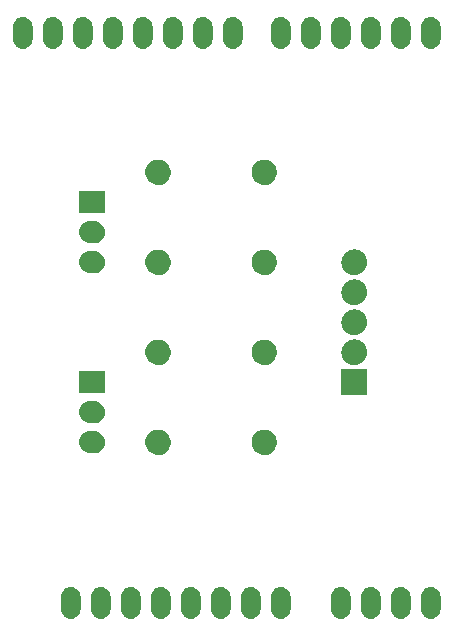
<source format=gbs>
%TF.GenerationSoftware,KiCad,Pcbnew,4.0.7-e2-6376~58~ubuntu16.04.1*%
%TF.CreationDate,2018-02-09T09:49:05-08:00*%
%TF.ProjectId,Arduino-Shield,41726475696E6F2D536869656C642E6B,v1.1*%
%TF.FileFunction,Soldermask,Bot*%
%FSLAX46Y46*%
G04 Gerber Fmt 4.6, Leading zero omitted, Abs format (unit mm)*
G04 Created by KiCad (PCBNEW 4.0.7-e2-6376~58~ubuntu16.04.1) date Fri Feb  9 09:49:05 2018*
%MOMM*%
%LPD*%
G01*
G04 APERTURE LIST*
%ADD10C,0.350000*%
G04 APERTURE END LIST*
D10*
G36*
X38776544Y-97216406D02*
X38932816Y-97264780D01*
X39076715Y-97342587D01*
X39202762Y-97446862D01*
X39306155Y-97573633D01*
X39382954Y-97718073D01*
X39430237Y-97874679D01*
X39446200Y-98037486D01*
X39446200Y-99066546D01*
X39446133Y-99076159D01*
X39446132Y-99076165D01*
X39446118Y-99078217D01*
X39427883Y-99240786D01*
X39378419Y-99396716D01*
X39299610Y-99540069D01*
X39194458Y-99665385D01*
X39066967Y-99767890D01*
X38921995Y-99843680D01*
X38765063Y-99889867D01*
X38765022Y-99889871D01*
X38765018Y-99889872D01*
X38602151Y-99904694D01*
X38602148Y-99904694D01*
X38439456Y-99887594D01*
X38283184Y-99839220D01*
X38139285Y-99761413D01*
X38013238Y-99657138D01*
X37909845Y-99530367D01*
X37833046Y-99385927D01*
X37785763Y-99229321D01*
X37769800Y-99066514D01*
X37769800Y-98037454D01*
X37769867Y-98027841D01*
X37769868Y-98027835D01*
X37769882Y-98025783D01*
X37788117Y-97863214D01*
X37837581Y-97707284D01*
X37916390Y-97563931D01*
X38021542Y-97438615D01*
X38149033Y-97336110D01*
X38294005Y-97260320D01*
X38450937Y-97214133D01*
X38450978Y-97214129D01*
X38450982Y-97214128D01*
X38613850Y-97199306D01*
X38613852Y-97199306D01*
X38776544Y-97216406D01*
X38776544Y-97216406D01*
G37*
G36*
X31156544Y-97216406D02*
X31312816Y-97264780D01*
X31456715Y-97342587D01*
X31582762Y-97446862D01*
X31686155Y-97573633D01*
X31762954Y-97718073D01*
X31810237Y-97874679D01*
X31826200Y-98037486D01*
X31826200Y-99066546D01*
X31826133Y-99076159D01*
X31826132Y-99076165D01*
X31826118Y-99078217D01*
X31807883Y-99240786D01*
X31758419Y-99396716D01*
X31679610Y-99540069D01*
X31574458Y-99665385D01*
X31446967Y-99767890D01*
X31301995Y-99843680D01*
X31145063Y-99889867D01*
X31145022Y-99889871D01*
X31145018Y-99889872D01*
X30982151Y-99904694D01*
X30982148Y-99904694D01*
X30819456Y-99887594D01*
X30663184Y-99839220D01*
X30519285Y-99761413D01*
X30393238Y-99657138D01*
X30289845Y-99530367D01*
X30213046Y-99385927D01*
X30165763Y-99229321D01*
X30149800Y-99066514D01*
X30149800Y-98037454D01*
X30149867Y-98027841D01*
X30149868Y-98027835D01*
X30149882Y-98025783D01*
X30168117Y-97863214D01*
X30217581Y-97707284D01*
X30296390Y-97563931D01*
X30401542Y-97438615D01*
X30529033Y-97336110D01*
X30674005Y-97260320D01*
X30830937Y-97214133D01*
X30830978Y-97214129D01*
X30830982Y-97214128D01*
X30993850Y-97199306D01*
X30993852Y-97199306D01*
X31156544Y-97216406D01*
X31156544Y-97216406D01*
G37*
G36*
X33696544Y-97216406D02*
X33852816Y-97264780D01*
X33996715Y-97342587D01*
X34122762Y-97446862D01*
X34226155Y-97573633D01*
X34302954Y-97718073D01*
X34350237Y-97874679D01*
X34366200Y-98037486D01*
X34366200Y-99066546D01*
X34366133Y-99076159D01*
X34366132Y-99076165D01*
X34366118Y-99078217D01*
X34347883Y-99240786D01*
X34298419Y-99396716D01*
X34219610Y-99540069D01*
X34114458Y-99665385D01*
X33986967Y-99767890D01*
X33841995Y-99843680D01*
X33685063Y-99889867D01*
X33685022Y-99889871D01*
X33685018Y-99889872D01*
X33522151Y-99904694D01*
X33522148Y-99904694D01*
X33359456Y-99887594D01*
X33203184Y-99839220D01*
X33059285Y-99761413D01*
X32933238Y-99657138D01*
X32829845Y-99530367D01*
X32753046Y-99385927D01*
X32705763Y-99229321D01*
X32689800Y-99066514D01*
X32689800Y-98037454D01*
X32689867Y-98027841D01*
X32689868Y-98027835D01*
X32689882Y-98025783D01*
X32708117Y-97863214D01*
X32757581Y-97707284D01*
X32836390Y-97563931D01*
X32941542Y-97438615D01*
X33069033Y-97336110D01*
X33214005Y-97260320D01*
X33370937Y-97214133D01*
X33370978Y-97214129D01*
X33370982Y-97214128D01*
X33533850Y-97199306D01*
X33533852Y-97199306D01*
X33696544Y-97216406D01*
X33696544Y-97216406D01*
G37*
G36*
X36236544Y-97216406D02*
X36392816Y-97264780D01*
X36536715Y-97342587D01*
X36662762Y-97446862D01*
X36766155Y-97573633D01*
X36842954Y-97718073D01*
X36890237Y-97874679D01*
X36906200Y-98037486D01*
X36906200Y-99066546D01*
X36906133Y-99076159D01*
X36906132Y-99076165D01*
X36906118Y-99078217D01*
X36887883Y-99240786D01*
X36838419Y-99396716D01*
X36759610Y-99540069D01*
X36654458Y-99665385D01*
X36526967Y-99767890D01*
X36381995Y-99843680D01*
X36225063Y-99889867D01*
X36225022Y-99889871D01*
X36225018Y-99889872D01*
X36062151Y-99904694D01*
X36062148Y-99904694D01*
X35899456Y-99887594D01*
X35743184Y-99839220D01*
X35599285Y-99761413D01*
X35473238Y-99657138D01*
X35369845Y-99530367D01*
X35293046Y-99385927D01*
X35245763Y-99229321D01*
X35229800Y-99066514D01*
X35229800Y-98037454D01*
X35229867Y-98027841D01*
X35229868Y-98027835D01*
X35229882Y-98025783D01*
X35248117Y-97863214D01*
X35297581Y-97707284D01*
X35376390Y-97563931D01*
X35481542Y-97438615D01*
X35609033Y-97336110D01*
X35754005Y-97260320D01*
X35910937Y-97214133D01*
X35910978Y-97214129D01*
X35910982Y-97214128D01*
X36073850Y-97199306D01*
X36073852Y-97199306D01*
X36236544Y-97216406D01*
X36236544Y-97216406D01*
G37*
G36*
X41316544Y-97216406D02*
X41472816Y-97264780D01*
X41616715Y-97342587D01*
X41742762Y-97446862D01*
X41846155Y-97573633D01*
X41922954Y-97718073D01*
X41970237Y-97874679D01*
X41986200Y-98037486D01*
X41986200Y-99066546D01*
X41986133Y-99076159D01*
X41986132Y-99076165D01*
X41986118Y-99078217D01*
X41967883Y-99240786D01*
X41918419Y-99396716D01*
X41839610Y-99540069D01*
X41734458Y-99665385D01*
X41606967Y-99767890D01*
X41461995Y-99843680D01*
X41305063Y-99889867D01*
X41305022Y-99889871D01*
X41305018Y-99889872D01*
X41142151Y-99904694D01*
X41142148Y-99904694D01*
X40979456Y-99887594D01*
X40823184Y-99839220D01*
X40679285Y-99761413D01*
X40553238Y-99657138D01*
X40449845Y-99530367D01*
X40373046Y-99385927D01*
X40325763Y-99229321D01*
X40309800Y-99066514D01*
X40309800Y-98037454D01*
X40309867Y-98027841D01*
X40309868Y-98027835D01*
X40309882Y-98025783D01*
X40328117Y-97863214D01*
X40377581Y-97707284D01*
X40456390Y-97563931D01*
X40561542Y-97438615D01*
X40689033Y-97336110D01*
X40834005Y-97260320D01*
X40990937Y-97214133D01*
X40990978Y-97214129D01*
X40990982Y-97214128D01*
X41153850Y-97199306D01*
X41153852Y-97199306D01*
X41316544Y-97216406D01*
X41316544Y-97216406D01*
G37*
G36*
X43856544Y-97216406D02*
X44012816Y-97264780D01*
X44156715Y-97342587D01*
X44282762Y-97446862D01*
X44386155Y-97573633D01*
X44462954Y-97718073D01*
X44510237Y-97874679D01*
X44526200Y-98037486D01*
X44526200Y-99066546D01*
X44526133Y-99076159D01*
X44526132Y-99076165D01*
X44526118Y-99078217D01*
X44507883Y-99240786D01*
X44458419Y-99396716D01*
X44379610Y-99540069D01*
X44274458Y-99665385D01*
X44146967Y-99767890D01*
X44001995Y-99843680D01*
X43845063Y-99889867D01*
X43845022Y-99889871D01*
X43845018Y-99889872D01*
X43682151Y-99904694D01*
X43682148Y-99904694D01*
X43519456Y-99887594D01*
X43363184Y-99839220D01*
X43219285Y-99761413D01*
X43093238Y-99657138D01*
X42989845Y-99530367D01*
X42913046Y-99385927D01*
X42865763Y-99229321D01*
X42849800Y-99066514D01*
X42849800Y-98037454D01*
X42849867Y-98027841D01*
X42849868Y-98027835D01*
X42849882Y-98025783D01*
X42868117Y-97863214D01*
X42917581Y-97707284D01*
X42996390Y-97563931D01*
X43101542Y-97438615D01*
X43229033Y-97336110D01*
X43374005Y-97260320D01*
X43530937Y-97214133D01*
X43530978Y-97214129D01*
X43530982Y-97214128D01*
X43693850Y-97199306D01*
X43693852Y-97199306D01*
X43856544Y-97216406D01*
X43856544Y-97216406D01*
G37*
G36*
X56556544Y-97216406D02*
X56712816Y-97264780D01*
X56856715Y-97342587D01*
X56982762Y-97446862D01*
X57086155Y-97573633D01*
X57162954Y-97718073D01*
X57210237Y-97874679D01*
X57226200Y-98037486D01*
X57226200Y-99066546D01*
X57226133Y-99076159D01*
X57226132Y-99076165D01*
X57226118Y-99078217D01*
X57207883Y-99240786D01*
X57158419Y-99396716D01*
X57079610Y-99540069D01*
X56974458Y-99665385D01*
X56846967Y-99767890D01*
X56701995Y-99843680D01*
X56545063Y-99889867D01*
X56545022Y-99889871D01*
X56545018Y-99889872D01*
X56382151Y-99904694D01*
X56382148Y-99904694D01*
X56219456Y-99887594D01*
X56063184Y-99839220D01*
X55919285Y-99761413D01*
X55793238Y-99657138D01*
X55689845Y-99530367D01*
X55613046Y-99385927D01*
X55565763Y-99229321D01*
X55549800Y-99066514D01*
X55549800Y-98037454D01*
X55549867Y-98027841D01*
X55549868Y-98027835D01*
X55549882Y-98025783D01*
X55568117Y-97863214D01*
X55617581Y-97707284D01*
X55696390Y-97563931D01*
X55801542Y-97438615D01*
X55929033Y-97336110D01*
X56074005Y-97260320D01*
X56230937Y-97214133D01*
X56230978Y-97214129D01*
X56230982Y-97214128D01*
X56393850Y-97199306D01*
X56393852Y-97199306D01*
X56556544Y-97216406D01*
X56556544Y-97216406D01*
G37*
G36*
X28616544Y-97216406D02*
X28772816Y-97264780D01*
X28916715Y-97342587D01*
X29042762Y-97446862D01*
X29146155Y-97573633D01*
X29222954Y-97718073D01*
X29270237Y-97874679D01*
X29286200Y-98037486D01*
X29286200Y-99066546D01*
X29286133Y-99076159D01*
X29286132Y-99076165D01*
X29286118Y-99078217D01*
X29267883Y-99240786D01*
X29218419Y-99396716D01*
X29139610Y-99540069D01*
X29034458Y-99665385D01*
X28906967Y-99767890D01*
X28761995Y-99843680D01*
X28605063Y-99889867D01*
X28605022Y-99889871D01*
X28605018Y-99889872D01*
X28442151Y-99904694D01*
X28442148Y-99904694D01*
X28279456Y-99887594D01*
X28123184Y-99839220D01*
X27979285Y-99761413D01*
X27853238Y-99657138D01*
X27749845Y-99530367D01*
X27673046Y-99385927D01*
X27625763Y-99229321D01*
X27609800Y-99066514D01*
X27609800Y-98037454D01*
X27609867Y-98027841D01*
X27609868Y-98027835D01*
X27609882Y-98025783D01*
X27628117Y-97863214D01*
X27677581Y-97707284D01*
X27756390Y-97563931D01*
X27861542Y-97438615D01*
X27989033Y-97336110D01*
X28134005Y-97260320D01*
X28290937Y-97214133D01*
X28290978Y-97214129D01*
X28290982Y-97214128D01*
X28453850Y-97199306D01*
X28453852Y-97199306D01*
X28616544Y-97216406D01*
X28616544Y-97216406D01*
G37*
G36*
X59096544Y-97216406D02*
X59252816Y-97264780D01*
X59396715Y-97342587D01*
X59522762Y-97446862D01*
X59626155Y-97573633D01*
X59702954Y-97718073D01*
X59750237Y-97874679D01*
X59766200Y-98037486D01*
X59766200Y-99066546D01*
X59766133Y-99076159D01*
X59766132Y-99076165D01*
X59766118Y-99078217D01*
X59747883Y-99240786D01*
X59698419Y-99396716D01*
X59619610Y-99540069D01*
X59514458Y-99665385D01*
X59386967Y-99767890D01*
X59241995Y-99843680D01*
X59085063Y-99889867D01*
X59085022Y-99889871D01*
X59085018Y-99889872D01*
X58922151Y-99904694D01*
X58922148Y-99904694D01*
X58759456Y-99887594D01*
X58603184Y-99839220D01*
X58459285Y-99761413D01*
X58333238Y-99657138D01*
X58229845Y-99530367D01*
X58153046Y-99385927D01*
X58105763Y-99229321D01*
X58089800Y-99066514D01*
X58089800Y-98037454D01*
X58089867Y-98027841D01*
X58089868Y-98027835D01*
X58089882Y-98025783D01*
X58108117Y-97863214D01*
X58157581Y-97707284D01*
X58236390Y-97563931D01*
X58341542Y-97438615D01*
X58469033Y-97336110D01*
X58614005Y-97260320D01*
X58770937Y-97214133D01*
X58770978Y-97214129D01*
X58770982Y-97214128D01*
X58933850Y-97199306D01*
X58933852Y-97199306D01*
X59096544Y-97216406D01*
X59096544Y-97216406D01*
G37*
G36*
X51476544Y-97216406D02*
X51632816Y-97264780D01*
X51776715Y-97342587D01*
X51902762Y-97446862D01*
X52006155Y-97573633D01*
X52082954Y-97718073D01*
X52130237Y-97874679D01*
X52146200Y-98037486D01*
X52146200Y-99066546D01*
X52146133Y-99076159D01*
X52146132Y-99076165D01*
X52146118Y-99078217D01*
X52127883Y-99240786D01*
X52078419Y-99396716D01*
X51999610Y-99540069D01*
X51894458Y-99665385D01*
X51766967Y-99767890D01*
X51621995Y-99843680D01*
X51465063Y-99889867D01*
X51465022Y-99889871D01*
X51465018Y-99889872D01*
X51302151Y-99904694D01*
X51302148Y-99904694D01*
X51139456Y-99887594D01*
X50983184Y-99839220D01*
X50839285Y-99761413D01*
X50713238Y-99657138D01*
X50609845Y-99530367D01*
X50533046Y-99385927D01*
X50485763Y-99229321D01*
X50469800Y-99066514D01*
X50469800Y-98037454D01*
X50469867Y-98027841D01*
X50469868Y-98027835D01*
X50469882Y-98025783D01*
X50488117Y-97863214D01*
X50537581Y-97707284D01*
X50616390Y-97563931D01*
X50721542Y-97438615D01*
X50849033Y-97336110D01*
X50994005Y-97260320D01*
X51150937Y-97214133D01*
X51150978Y-97214129D01*
X51150982Y-97214128D01*
X51313850Y-97199306D01*
X51313852Y-97199306D01*
X51476544Y-97216406D01*
X51476544Y-97216406D01*
G37*
G36*
X54016544Y-97216406D02*
X54172816Y-97264780D01*
X54316715Y-97342587D01*
X54442762Y-97446862D01*
X54546155Y-97573633D01*
X54622954Y-97718073D01*
X54670237Y-97874679D01*
X54686200Y-98037486D01*
X54686200Y-99066546D01*
X54686133Y-99076159D01*
X54686132Y-99076165D01*
X54686118Y-99078217D01*
X54667883Y-99240786D01*
X54618419Y-99396716D01*
X54539610Y-99540069D01*
X54434458Y-99665385D01*
X54306967Y-99767890D01*
X54161995Y-99843680D01*
X54005063Y-99889867D01*
X54005022Y-99889871D01*
X54005018Y-99889872D01*
X53842151Y-99904694D01*
X53842148Y-99904694D01*
X53679456Y-99887594D01*
X53523184Y-99839220D01*
X53379285Y-99761413D01*
X53253238Y-99657138D01*
X53149845Y-99530367D01*
X53073046Y-99385927D01*
X53025763Y-99229321D01*
X53009800Y-99066514D01*
X53009800Y-98037454D01*
X53009867Y-98027841D01*
X53009868Y-98027835D01*
X53009882Y-98025783D01*
X53028117Y-97863214D01*
X53077581Y-97707284D01*
X53156390Y-97563931D01*
X53261542Y-97438615D01*
X53389033Y-97336110D01*
X53534005Y-97260320D01*
X53690937Y-97214133D01*
X53690978Y-97214129D01*
X53690982Y-97214128D01*
X53853850Y-97199306D01*
X53853852Y-97199306D01*
X54016544Y-97216406D01*
X54016544Y-97216406D01*
G37*
G36*
X46396544Y-97216406D02*
X46552816Y-97264780D01*
X46696715Y-97342587D01*
X46822762Y-97446862D01*
X46926155Y-97573633D01*
X47002954Y-97718073D01*
X47050237Y-97874679D01*
X47066200Y-98037486D01*
X47066200Y-99066546D01*
X47066133Y-99076159D01*
X47066132Y-99076165D01*
X47066118Y-99078217D01*
X47047883Y-99240786D01*
X46998419Y-99396716D01*
X46919610Y-99540069D01*
X46814458Y-99665385D01*
X46686967Y-99767890D01*
X46541995Y-99843680D01*
X46385063Y-99889867D01*
X46385022Y-99889871D01*
X46385018Y-99889872D01*
X46222151Y-99904694D01*
X46222148Y-99904694D01*
X46059456Y-99887594D01*
X45903184Y-99839220D01*
X45759285Y-99761413D01*
X45633238Y-99657138D01*
X45529845Y-99530367D01*
X45453046Y-99385927D01*
X45405763Y-99229321D01*
X45389800Y-99066514D01*
X45389800Y-98037454D01*
X45389867Y-98027841D01*
X45389868Y-98027835D01*
X45389882Y-98025783D01*
X45408117Y-97863214D01*
X45457581Y-97707284D01*
X45536390Y-97563931D01*
X45641542Y-97438615D01*
X45769033Y-97336110D01*
X45914005Y-97260320D01*
X46070937Y-97214133D01*
X46070978Y-97214129D01*
X46070982Y-97214128D01*
X46233850Y-97199306D01*
X46233852Y-97199306D01*
X46396544Y-97216406D01*
X46396544Y-97216406D01*
G37*
G36*
X44943988Y-83888024D02*
X45150626Y-83930441D01*
X45345104Y-84012192D01*
X45519991Y-84130155D01*
X45668636Y-84279841D01*
X45785375Y-84455548D01*
X45865763Y-84650584D01*
X45906669Y-84857174D01*
X45906669Y-84857184D01*
X45906736Y-84857523D01*
X45903372Y-85098472D01*
X45903295Y-85098810D01*
X45903295Y-85098819D01*
X45856637Y-85304187D01*
X45770836Y-85496899D01*
X45649234Y-85669280D01*
X45496466Y-85814759D01*
X45318353Y-85927793D01*
X45121672Y-86004080D01*
X44913927Y-86040712D01*
X44703017Y-86036293D01*
X44496984Y-85990995D01*
X44303672Y-85906538D01*
X44130451Y-85786146D01*
X43983909Y-85634399D01*
X43869633Y-85457076D01*
X43791973Y-85260931D01*
X43753893Y-85053449D01*
X43756838Y-84842515D01*
X43800699Y-84636168D01*
X43883802Y-84442274D01*
X44002985Y-84268212D01*
X44153704Y-84120616D01*
X44330225Y-84005105D01*
X44525819Y-83926079D01*
X44733033Y-83886552D01*
X44943988Y-83888024D01*
X44943988Y-83888024D01*
G37*
G36*
X35943988Y-83888024D02*
X36150626Y-83930441D01*
X36345104Y-84012192D01*
X36519991Y-84130155D01*
X36668636Y-84279841D01*
X36785375Y-84455548D01*
X36865763Y-84650584D01*
X36906669Y-84857174D01*
X36906669Y-84857184D01*
X36906736Y-84857523D01*
X36903372Y-85098472D01*
X36903295Y-85098810D01*
X36903295Y-85098819D01*
X36856637Y-85304187D01*
X36770836Y-85496899D01*
X36649234Y-85669280D01*
X36496466Y-85814759D01*
X36318353Y-85927793D01*
X36121672Y-86004080D01*
X35913927Y-86040712D01*
X35703017Y-86036293D01*
X35496984Y-85990995D01*
X35303672Y-85906538D01*
X35130451Y-85786146D01*
X34983909Y-85634399D01*
X34869633Y-85457076D01*
X34791973Y-85260931D01*
X34753893Y-85053449D01*
X34756838Y-84842515D01*
X34800699Y-84636168D01*
X34883802Y-84442274D01*
X35002985Y-84268212D01*
X35153704Y-84120616D01*
X35330225Y-84005105D01*
X35525819Y-83926079D01*
X35733033Y-83886552D01*
X35943988Y-83888024D01*
X35943988Y-83888024D01*
G37*
G36*
X30394749Y-84023277D02*
X30394754Y-84023278D01*
X30396807Y-84023292D01*
X30579080Y-84043737D01*
X30753912Y-84099197D01*
X30914641Y-84187558D01*
X31055146Y-84305456D01*
X31170076Y-84448400D01*
X31255052Y-84610945D01*
X31306839Y-84786899D01*
X31306843Y-84786940D01*
X31306844Y-84786944D01*
X31323463Y-84969558D01*
X31309913Y-85098472D01*
X31304290Y-85151973D01*
X31250052Y-85327187D01*
X31162815Y-85488529D01*
X31045900Y-85629855D01*
X30903762Y-85745779D01*
X30741815Y-85831888D01*
X30566226Y-85884902D01*
X30383685Y-85902800D01*
X30068283Y-85902800D01*
X30057251Y-85902723D01*
X30057246Y-85902722D01*
X30055193Y-85902708D01*
X29872920Y-85882263D01*
X29698088Y-85826803D01*
X29537359Y-85738442D01*
X29396854Y-85620544D01*
X29281924Y-85477600D01*
X29196948Y-85315055D01*
X29145161Y-85139101D01*
X29145157Y-85139060D01*
X29145156Y-85139056D01*
X29128537Y-84956442D01*
X29147705Y-84774074D01*
X29147710Y-84774027D01*
X29201948Y-84598813D01*
X29289185Y-84437471D01*
X29406100Y-84296145D01*
X29548238Y-84180221D01*
X29710185Y-84094112D01*
X29885774Y-84041098D01*
X30068315Y-84023200D01*
X30383717Y-84023200D01*
X30394749Y-84023277D01*
X30394749Y-84023277D01*
G37*
G36*
X30394749Y-81483277D02*
X30394754Y-81483278D01*
X30396807Y-81483292D01*
X30579080Y-81503737D01*
X30753912Y-81559197D01*
X30914641Y-81647558D01*
X31055146Y-81765456D01*
X31170076Y-81908400D01*
X31255052Y-82070945D01*
X31306839Y-82246899D01*
X31306843Y-82246940D01*
X31306844Y-82246944D01*
X31323463Y-82429558D01*
X31305648Y-82599056D01*
X31304290Y-82611973D01*
X31250052Y-82787187D01*
X31162815Y-82948529D01*
X31045900Y-83089855D01*
X30903762Y-83205779D01*
X30741815Y-83291888D01*
X30566226Y-83344902D01*
X30383685Y-83362800D01*
X30068283Y-83362800D01*
X30057251Y-83362723D01*
X30057246Y-83362722D01*
X30055193Y-83362708D01*
X29872920Y-83342263D01*
X29698088Y-83286803D01*
X29537359Y-83198442D01*
X29396854Y-83080544D01*
X29281924Y-82937600D01*
X29196948Y-82775055D01*
X29145161Y-82599101D01*
X29145157Y-82599060D01*
X29145156Y-82599056D01*
X29128537Y-82416442D01*
X29147705Y-82234074D01*
X29147710Y-82234027D01*
X29201948Y-82058813D01*
X29289185Y-81897471D01*
X29406100Y-81756145D01*
X29548238Y-81640221D01*
X29710185Y-81554112D01*
X29885774Y-81501098D01*
X30068315Y-81483200D01*
X30383717Y-81483200D01*
X30394749Y-81483277D01*
X30394749Y-81483277D01*
G37*
G36*
X53543200Y-80975200D02*
X51358800Y-80975200D01*
X51358800Y-78790800D01*
X53543200Y-78790800D01*
X53543200Y-80975200D01*
X53543200Y-80975200D01*
G37*
G36*
X31318200Y-80822800D02*
X29133800Y-80822800D01*
X29133800Y-78943200D01*
X31318200Y-78943200D01*
X31318200Y-80822800D01*
X31318200Y-80822800D01*
G37*
G36*
X52462395Y-76250842D02*
X52471534Y-76250906D01*
X52683366Y-76274667D01*
X52886548Y-76339120D01*
X53073342Y-76441811D01*
X53236632Y-76578828D01*
X53370199Y-76744951D01*
X53468955Y-76933855D01*
X53529139Y-77138342D01*
X53529143Y-77138383D01*
X53529144Y-77138387D01*
X53548459Y-77350623D01*
X53526183Y-77562570D01*
X53526181Y-77562575D01*
X53526177Y-77562617D01*
X53463144Y-77766245D01*
X53361760Y-77953750D01*
X53225886Y-78117993D01*
X53060699Y-78252717D01*
X52872490Y-78352789D01*
X52668428Y-78414399D01*
X52456285Y-78435200D01*
X52445679Y-78435200D01*
X52439605Y-78435158D01*
X52430466Y-78435094D01*
X52218634Y-78411333D01*
X52015452Y-78346880D01*
X51828658Y-78244189D01*
X51665368Y-78107172D01*
X51531801Y-77941049D01*
X51433045Y-77752145D01*
X51372861Y-77547658D01*
X51372857Y-77547617D01*
X51372856Y-77547613D01*
X51353541Y-77335377D01*
X51375817Y-77123430D01*
X51375819Y-77123425D01*
X51375823Y-77123383D01*
X51438856Y-76919755D01*
X51540240Y-76732250D01*
X51676114Y-76568007D01*
X51841301Y-76433283D01*
X52029510Y-76333211D01*
X52233572Y-76271601D01*
X52445715Y-76250800D01*
X52456321Y-76250800D01*
X52462395Y-76250842D01*
X52462395Y-76250842D01*
G37*
G36*
X35943988Y-76268024D02*
X36150626Y-76310441D01*
X36345104Y-76392192D01*
X36519991Y-76510155D01*
X36668636Y-76659841D01*
X36785375Y-76835548D01*
X36865763Y-77030584D01*
X36906669Y-77237174D01*
X36906669Y-77237184D01*
X36906736Y-77237523D01*
X36903372Y-77478472D01*
X36903295Y-77478810D01*
X36903295Y-77478819D01*
X36856637Y-77684187D01*
X36770836Y-77876899D01*
X36649234Y-78049280D01*
X36496466Y-78194759D01*
X36318353Y-78307793D01*
X36121672Y-78384080D01*
X35913927Y-78420712D01*
X35703017Y-78416293D01*
X35496984Y-78370995D01*
X35303672Y-78286538D01*
X35130451Y-78166146D01*
X34983909Y-78014399D01*
X34869633Y-77837076D01*
X34791973Y-77640931D01*
X34753893Y-77433449D01*
X34756838Y-77222515D01*
X34800699Y-77016168D01*
X34883802Y-76822274D01*
X35002985Y-76648212D01*
X35153704Y-76500616D01*
X35330225Y-76385105D01*
X35525819Y-76306079D01*
X35733033Y-76266552D01*
X35943988Y-76268024D01*
X35943988Y-76268024D01*
G37*
G36*
X44943988Y-76268024D02*
X45150626Y-76310441D01*
X45345104Y-76392192D01*
X45519991Y-76510155D01*
X45668636Y-76659841D01*
X45785375Y-76835548D01*
X45865763Y-77030584D01*
X45906669Y-77237174D01*
X45906669Y-77237184D01*
X45906736Y-77237523D01*
X45903372Y-77478472D01*
X45903295Y-77478810D01*
X45903295Y-77478819D01*
X45856637Y-77684187D01*
X45770836Y-77876899D01*
X45649234Y-78049280D01*
X45496466Y-78194759D01*
X45318353Y-78307793D01*
X45121672Y-78384080D01*
X44913927Y-78420712D01*
X44703017Y-78416293D01*
X44496984Y-78370995D01*
X44303672Y-78286538D01*
X44130451Y-78166146D01*
X43983909Y-78014399D01*
X43869633Y-77837076D01*
X43791973Y-77640931D01*
X43753893Y-77433449D01*
X43756838Y-77222515D01*
X43800699Y-77016168D01*
X43883802Y-76822274D01*
X44002985Y-76648212D01*
X44153704Y-76500616D01*
X44330225Y-76385105D01*
X44525819Y-76306079D01*
X44733033Y-76266552D01*
X44943988Y-76268024D01*
X44943988Y-76268024D01*
G37*
G36*
X52462395Y-73710842D02*
X52471534Y-73710906D01*
X52683366Y-73734667D01*
X52886548Y-73799120D01*
X53073342Y-73901811D01*
X53236632Y-74038828D01*
X53370199Y-74204951D01*
X53468955Y-74393855D01*
X53529139Y-74598342D01*
X53529143Y-74598383D01*
X53529144Y-74598387D01*
X53548459Y-74810623D01*
X53526183Y-75022570D01*
X53526181Y-75022575D01*
X53526177Y-75022617D01*
X53463144Y-75226245D01*
X53361760Y-75413750D01*
X53225886Y-75577993D01*
X53060699Y-75712717D01*
X52872490Y-75812789D01*
X52668428Y-75874399D01*
X52456285Y-75895200D01*
X52445679Y-75895200D01*
X52439605Y-75895158D01*
X52430466Y-75895094D01*
X52218634Y-75871333D01*
X52015452Y-75806880D01*
X51828658Y-75704189D01*
X51665368Y-75567172D01*
X51531801Y-75401049D01*
X51433045Y-75212145D01*
X51372861Y-75007658D01*
X51372857Y-75007617D01*
X51372856Y-75007613D01*
X51353541Y-74795377D01*
X51375817Y-74583430D01*
X51375819Y-74583425D01*
X51375823Y-74583383D01*
X51438856Y-74379755D01*
X51540240Y-74192250D01*
X51676114Y-74028007D01*
X51841301Y-73893283D01*
X52029510Y-73793211D01*
X52233572Y-73731601D01*
X52445715Y-73710800D01*
X52456321Y-73710800D01*
X52462395Y-73710842D01*
X52462395Y-73710842D01*
G37*
G36*
X52462395Y-71170842D02*
X52471534Y-71170906D01*
X52683366Y-71194667D01*
X52886548Y-71259120D01*
X53073342Y-71361811D01*
X53236632Y-71498828D01*
X53370199Y-71664951D01*
X53468955Y-71853855D01*
X53529139Y-72058342D01*
X53529143Y-72058383D01*
X53529144Y-72058387D01*
X53548459Y-72270623D01*
X53526183Y-72482570D01*
X53526181Y-72482575D01*
X53526177Y-72482617D01*
X53463144Y-72686245D01*
X53361760Y-72873750D01*
X53225886Y-73037993D01*
X53060699Y-73172717D01*
X52872490Y-73272789D01*
X52668428Y-73334399D01*
X52456285Y-73355200D01*
X52445679Y-73355200D01*
X52439605Y-73355158D01*
X52430466Y-73355094D01*
X52218634Y-73331333D01*
X52015452Y-73266880D01*
X51828658Y-73164189D01*
X51665368Y-73027172D01*
X51531801Y-72861049D01*
X51433045Y-72672145D01*
X51372861Y-72467658D01*
X51372857Y-72467617D01*
X51372856Y-72467613D01*
X51353541Y-72255377D01*
X51375817Y-72043430D01*
X51375819Y-72043425D01*
X51375823Y-72043383D01*
X51438856Y-71839755D01*
X51540240Y-71652250D01*
X51676114Y-71488007D01*
X51841301Y-71353283D01*
X52029510Y-71253211D01*
X52233572Y-71191601D01*
X52445715Y-71170800D01*
X52456321Y-71170800D01*
X52462395Y-71170842D01*
X52462395Y-71170842D01*
G37*
G36*
X52462395Y-68630842D02*
X52471534Y-68630906D01*
X52683366Y-68654667D01*
X52886548Y-68719120D01*
X53073342Y-68821811D01*
X53236632Y-68958828D01*
X53370199Y-69124951D01*
X53468955Y-69313855D01*
X53529139Y-69518342D01*
X53529143Y-69518383D01*
X53529144Y-69518387D01*
X53548459Y-69730623D01*
X53526183Y-69942570D01*
X53526181Y-69942575D01*
X53526177Y-69942617D01*
X53463144Y-70146245D01*
X53361760Y-70333750D01*
X53225886Y-70497993D01*
X53060699Y-70632717D01*
X52872490Y-70732789D01*
X52668428Y-70794399D01*
X52456285Y-70815200D01*
X52445679Y-70815200D01*
X52439605Y-70815158D01*
X52430466Y-70815094D01*
X52218634Y-70791333D01*
X52015452Y-70726880D01*
X51828658Y-70624189D01*
X51665368Y-70487172D01*
X51531801Y-70321049D01*
X51433045Y-70132145D01*
X51372861Y-69927658D01*
X51372857Y-69927617D01*
X51372856Y-69927613D01*
X51353541Y-69715377D01*
X51375817Y-69503430D01*
X51375819Y-69503425D01*
X51375823Y-69503383D01*
X51438856Y-69299755D01*
X51540240Y-69112250D01*
X51676114Y-68948007D01*
X51841301Y-68813283D01*
X52029510Y-68713211D01*
X52233572Y-68651601D01*
X52445715Y-68630800D01*
X52456321Y-68630800D01*
X52462395Y-68630842D01*
X52462395Y-68630842D01*
G37*
G36*
X35943988Y-68648024D02*
X36150626Y-68690441D01*
X36345104Y-68772192D01*
X36519991Y-68890155D01*
X36668636Y-69039841D01*
X36785375Y-69215548D01*
X36865763Y-69410584D01*
X36906669Y-69617174D01*
X36906669Y-69617184D01*
X36906736Y-69617523D01*
X36903372Y-69858472D01*
X36903295Y-69858810D01*
X36903295Y-69858819D01*
X36856637Y-70064187D01*
X36770836Y-70256899D01*
X36649234Y-70429280D01*
X36496466Y-70574759D01*
X36318353Y-70687793D01*
X36121672Y-70764080D01*
X35913927Y-70800712D01*
X35703017Y-70796293D01*
X35496984Y-70750995D01*
X35303672Y-70666538D01*
X35130451Y-70546146D01*
X34983909Y-70394399D01*
X34869633Y-70217076D01*
X34791973Y-70020931D01*
X34753893Y-69813449D01*
X34756838Y-69602515D01*
X34800699Y-69396168D01*
X34883802Y-69202274D01*
X35002985Y-69028212D01*
X35153704Y-68880616D01*
X35330225Y-68765105D01*
X35525819Y-68686079D01*
X35733033Y-68646552D01*
X35943988Y-68648024D01*
X35943988Y-68648024D01*
G37*
G36*
X44943988Y-68648024D02*
X45150626Y-68690441D01*
X45345104Y-68772192D01*
X45519991Y-68890155D01*
X45668636Y-69039841D01*
X45785375Y-69215548D01*
X45865763Y-69410584D01*
X45906669Y-69617174D01*
X45906669Y-69617184D01*
X45906736Y-69617523D01*
X45903372Y-69858472D01*
X45903295Y-69858810D01*
X45903295Y-69858819D01*
X45856637Y-70064187D01*
X45770836Y-70256899D01*
X45649234Y-70429280D01*
X45496466Y-70574759D01*
X45318353Y-70687793D01*
X45121672Y-70764080D01*
X44913927Y-70800712D01*
X44703017Y-70796293D01*
X44496984Y-70750995D01*
X44303672Y-70666538D01*
X44130451Y-70546146D01*
X43983909Y-70394399D01*
X43869633Y-70217076D01*
X43791973Y-70020931D01*
X43753893Y-69813449D01*
X43756838Y-69602515D01*
X43800699Y-69396168D01*
X43883802Y-69202274D01*
X44002985Y-69028212D01*
X44153704Y-68880616D01*
X44330225Y-68765105D01*
X44525819Y-68686079D01*
X44733033Y-68646552D01*
X44943988Y-68648024D01*
X44943988Y-68648024D01*
G37*
G36*
X30394749Y-68783277D02*
X30394754Y-68783278D01*
X30396807Y-68783292D01*
X30579080Y-68803737D01*
X30753912Y-68859197D01*
X30914641Y-68947558D01*
X31055146Y-69065456D01*
X31170076Y-69208400D01*
X31255052Y-69370945D01*
X31306839Y-69546899D01*
X31306843Y-69546940D01*
X31306844Y-69546944D01*
X31323463Y-69729558D01*
X31309913Y-69858472D01*
X31304290Y-69911973D01*
X31250052Y-70087187D01*
X31162815Y-70248529D01*
X31045900Y-70389855D01*
X30903762Y-70505779D01*
X30741815Y-70591888D01*
X30566226Y-70644902D01*
X30383685Y-70662800D01*
X30068283Y-70662800D01*
X30057251Y-70662723D01*
X30057246Y-70662722D01*
X30055193Y-70662708D01*
X29872920Y-70642263D01*
X29698088Y-70586803D01*
X29537359Y-70498442D01*
X29396854Y-70380544D01*
X29281924Y-70237600D01*
X29196948Y-70075055D01*
X29145161Y-69899101D01*
X29145157Y-69899060D01*
X29145156Y-69899056D01*
X29128537Y-69716442D01*
X29147705Y-69534074D01*
X29147710Y-69534027D01*
X29201948Y-69358813D01*
X29289185Y-69197471D01*
X29406100Y-69056145D01*
X29548238Y-68940221D01*
X29710185Y-68854112D01*
X29885774Y-68801098D01*
X30068315Y-68783200D01*
X30383717Y-68783200D01*
X30394749Y-68783277D01*
X30394749Y-68783277D01*
G37*
G36*
X30394749Y-66243277D02*
X30394754Y-66243278D01*
X30396807Y-66243292D01*
X30579080Y-66263737D01*
X30753912Y-66319197D01*
X30914641Y-66407558D01*
X31055146Y-66525456D01*
X31170076Y-66668400D01*
X31255052Y-66830945D01*
X31306839Y-67006899D01*
X31306843Y-67006940D01*
X31306844Y-67006944D01*
X31323463Y-67189558D01*
X31305648Y-67359056D01*
X31304290Y-67371973D01*
X31250052Y-67547187D01*
X31162815Y-67708529D01*
X31045900Y-67849855D01*
X30903762Y-67965779D01*
X30741815Y-68051888D01*
X30566226Y-68104902D01*
X30383685Y-68122800D01*
X30068283Y-68122800D01*
X30057251Y-68122723D01*
X30057246Y-68122722D01*
X30055193Y-68122708D01*
X29872920Y-68102263D01*
X29698088Y-68046803D01*
X29537359Y-67958442D01*
X29396854Y-67840544D01*
X29281924Y-67697600D01*
X29196948Y-67535055D01*
X29145161Y-67359101D01*
X29145157Y-67359060D01*
X29145156Y-67359056D01*
X29128537Y-67176442D01*
X29147705Y-66994074D01*
X29147710Y-66994027D01*
X29201948Y-66818813D01*
X29289185Y-66657471D01*
X29406100Y-66516145D01*
X29548238Y-66400221D01*
X29710185Y-66314112D01*
X29885774Y-66261098D01*
X30068315Y-66243200D01*
X30383717Y-66243200D01*
X30394749Y-66243277D01*
X30394749Y-66243277D01*
G37*
G36*
X31318200Y-65582800D02*
X29133800Y-65582800D01*
X29133800Y-63703200D01*
X31318200Y-63703200D01*
X31318200Y-65582800D01*
X31318200Y-65582800D01*
G37*
G36*
X44943988Y-61028024D02*
X45150626Y-61070441D01*
X45345104Y-61152192D01*
X45519991Y-61270155D01*
X45668636Y-61419841D01*
X45785375Y-61595548D01*
X45865763Y-61790584D01*
X45906669Y-61997174D01*
X45906669Y-61997184D01*
X45906736Y-61997523D01*
X45903372Y-62238472D01*
X45903295Y-62238810D01*
X45903295Y-62238819D01*
X45856637Y-62444187D01*
X45770836Y-62636899D01*
X45649234Y-62809280D01*
X45496466Y-62954759D01*
X45318353Y-63067793D01*
X45121672Y-63144080D01*
X44913927Y-63180712D01*
X44703017Y-63176293D01*
X44496984Y-63130995D01*
X44303672Y-63046538D01*
X44130451Y-62926146D01*
X43983909Y-62774399D01*
X43869633Y-62597076D01*
X43791973Y-62400931D01*
X43753893Y-62193449D01*
X43756838Y-61982515D01*
X43800699Y-61776168D01*
X43883802Y-61582274D01*
X44002985Y-61408212D01*
X44153704Y-61260616D01*
X44330225Y-61145105D01*
X44525819Y-61066079D01*
X44733033Y-61026552D01*
X44943988Y-61028024D01*
X44943988Y-61028024D01*
G37*
G36*
X35943988Y-61028024D02*
X36150626Y-61070441D01*
X36345104Y-61152192D01*
X36519991Y-61270155D01*
X36668636Y-61419841D01*
X36785375Y-61595548D01*
X36865763Y-61790584D01*
X36906669Y-61997174D01*
X36906669Y-61997184D01*
X36906736Y-61997523D01*
X36903372Y-62238472D01*
X36903295Y-62238810D01*
X36903295Y-62238819D01*
X36856637Y-62444187D01*
X36770836Y-62636899D01*
X36649234Y-62809280D01*
X36496466Y-62954759D01*
X36318353Y-63067793D01*
X36121672Y-63144080D01*
X35913927Y-63180712D01*
X35703017Y-63176293D01*
X35496984Y-63130995D01*
X35303672Y-63046538D01*
X35130451Y-62926146D01*
X34983909Y-62774399D01*
X34869633Y-62597076D01*
X34791973Y-62400931D01*
X34753893Y-62193449D01*
X34756838Y-61982515D01*
X34800699Y-61776168D01*
X34883802Y-61582274D01*
X35002985Y-61408212D01*
X35153704Y-61260616D01*
X35330225Y-61145105D01*
X35525819Y-61066079D01*
X35733033Y-61026552D01*
X35943988Y-61028024D01*
X35943988Y-61028024D01*
G37*
G36*
X59096544Y-48956406D02*
X59252816Y-49004780D01*
X59396715Y-49082587D01*
X59522762Y-49186862D01*
X59626155Y-49313633D01*
X59702954Y-49458073D01*
X59750237Y-49614679D01*
X59766200Y-49777486D01*
X59766200Y-50806546D01*
X59766133Y-50816159D01*
X59766132Y-50816165D01*
X59766118Y-50818217D01*
X59747883Y-50980786D01*
X59698419Y-51136716D01*
X59619610Y-51280069D01*
X59514458Y-51405385D01*
X59386967Y-51507890D01*
X59241995Y-51583680D01*
X59085063Y-51629867D01*
X59085022Y-51629871D01*
X59085018Y-51629872D01*
X58922151Y-51644694D01*
X58922148Y-51644694D01*
X58759456Y-51627594D01*
X58603184Y-51579220D01*
X58459285Y-51501413D01*
X58333238Y-51397138D01*
X58229845Y-51270367D01*
X58153046Y-51125927D01*
X58105763Y-50969321D01*
X58089800Y-50806514D01*
X58089800Y-49777454D01*
X58089867Y-49767841D01*
X58089868Y-49767835D01*
X58089882Y-49765783D01*
X58108117Y-49603214D01*
X58157581Y-49447284D01*
X58236390Y-49303931D01*
X58341542Y-49178615D01*
X58469033Y-49076110D01*
X58614005Y-49000320D01*
X58770937Y-48954133D01*
X58770978Y-48954129D01*
X58770982Y-48954128D01*
X58933850Y-48939306D01*
X58933852Y-48939306D01*
X59096544Y-48956406D01*
X59096544Y-48956406D01*
G37*
G36*
X32172544Y-48956406D02*
X32328816Y-49004780D01*
X32472715Y-49082587D01*
X32598762Y-49186862D01*
X32702155Y-49313633D01*
X32778954Y-49458073D01*
X32826237Y-49614679D01*
X32842200Y-49777486D01*
X32842200Y-50806546D01*
X32842133Y-50816159D01*
X32842132Y-50816165D01*
X32842118Y-50818217D01*
X32823883Y-50980786D01*
X32774419Y-51136716D01*
X32695610Y-51280069D01*
X32590458Y-51405385D01*
X32462967Y-51507890D01*
X32317995Y-51583680D01*
X32161063Y-51629867D01*
X32161022Y-51629871D01*
X32161018Y-51629872D01*
X31998151Y-51644694D01*
X31998148Y-51644694D01*
X31835456Y-51627594D01*
X31679184Y-51579220D01*
X31535285Y-51501413D01*
X31409238Y-51397138D01*
X31305845Y-51270367D01*
X31229046Y-51125927D01*
X31181763Y-50969321D01*
X31165800Y-50806514D01*
X31165800Y-49777454D01*
X31165867Y-49767841D01*
X31165868Y-49767835D01*
X31165882Y-49765783D01*
X31184117Y-49603214D01*
X31233581Y-49447284D01*
X31312390Y-49303931D01*
X31417542Y-49178615D01*
X31545033Y-49076110D01*
X31690005Y-49000320D01*
X31846937Y-48954133D01*
X31846978Y-48954129D01*
X31846982Y-48954128D01*
X32009850Y-48939306D01*
X32009852Y-48939306D01*
X32172544Y-48956406D01*
X32172544Y-48956406D01*
G37*
G36*
X37252544Y-48956406D02*
X37408816Y-49004780D01*
X37552715Y-49082587D01*
X37678762Y-49186862D01*
X37782155Y-49313633D01*
X37858954Y-49458073D01*
X37906237Y-49614679D01*
X37922200Y-49777486D01*
X37922200Y-50806546D01*
X37922133Y-50816159D01*
X37922132Y-50816165D01*
X37922118Y-50818217D01*
X37903883Y-50980786D01*
X37854419Y-51136716D01*
X37775610Y-51280069D01*
X37670458Y-51405385D01*
X37542967Y-51507890D01*
X37397995Y-51583680D01*
X37241063Y-51629867D01*
X37241022Y-51629871D01*
X37241018Y-51629872D01*
X37078151Y-51644694D01*
X37078148Y-51644694D01*
X36915456Y-51627594D01*
X36759184Y-51579220D01*
X36615285Y-51501413D01*
X36489238Y-51397138D01*
X36385845Y-51270367D01*
X36309046Y-51125927D01*
X36261763Y-50969321D01*
X36245800Y-50806514D01*
X36245800Y-49777454D01*
X36245867Y-49767841D01*
X36245868Y-49767835D01*
X36245882Y-49765783D01*
X36264117Y-49603214D01*
X36313581Y-49447284D01*
X36392390Y-49303931D01*
X36497542Y-49178615D01*
X36625033Y-49076110D01*
X36770005Y-49000320D01*
X36926937Y-48954133D01*
X36926978Y-48954129D01*
X36926982Y-48954128D01*
X37089850Y-48939306D01*
X37089852Y-48939306D01*
X37252544Y-48956406D01*
X37252544Y-48956406D01*
G37*
G36*
X39792544Y-48956406D02*
X39948816Y-49004780D01*
X40092715Y-49082587D01*
X40218762Y-49186862D01*
X40322155Y-49313633D01*
X40398954Y-49458073D01*
X40446237Y-49614679D01*
X40462200Y-49777486D01*
X40462200Y-50806546D01*
X40462133Y-50816159D01*
X40462132Y-50816165D01*
X40462118Y-50818217D01*
X40443883Y-50980786D01*
X40394419Y-51136716D01*
X40315610Y-51280069D01*
X40210458Y-51405385D01*
X40082967Y-51507890D01*
X39937995Y-51583680D01*
X39781063Y-51629867D01*
X39781022Y-51629871D01*
X39781018Y-51629872D01*
X39618151Y-51644694D01*
X39618148Y-51644694D01*
X39455456Y-51627594D01*
X39299184Y-51579220D01*
X39155285Y-51501413D01*
X39029238Y-51397138D01*
X38925845Y-51270367D01*
X38849046Y-51125927D01*
X38801763Y-50969321D01*
X38785800Y-50806514D01*
X38785800Y-49777454D01*
X38785867Y-49767841D01*
X38785868Y-49767835D01*
X38785882Y-49765783D01*
X38804117Y-49603214D01*
X38853581Y-49447284D01*
X38932390Y-49303931D01*
X39037542Y-49178615D01*
X39165033Y-49076110D01*
X39310005Y-49000320D01*
X39466937Y-48954133D01*
X39466978Y-48954129D01*
X39466982Y-48954128D01*
X39629850Y-48939306D01*
X39629852Y-48939306D01*
X39792544Y-48956406D01*
X39792544Y-48956406D01*
G37*
G36*
X42332544Y-48956406D02*
X42488816Y-49004780D01*
X42632715Y-49082587D01*
X42758762Y-49186862D01*
X42862155Y-49313633D01*
X42938954Y-49458073D01*
X42986237Y-49614679D01*
X43002200Y-49777486D01*
X43002200Y-50806546D01*
X43002133Y-50816159D01*
X43002132Y-50816165D01*
X43002118Y-50818217D01*
X42983883Y-50980786D01*
X42934419Y-51136716D01*
X42855610Y-51280069D01*
X42750458Y-51405385D01*
X42622967Y-51507890D01*
X42477995Y-51583680D01*
X42321063Y-51629867D01*
X42321022Y-51629871D01*
X42321018Y-51629872D01*
X42158151Y-51644694D01*
X42158148Y-51644694D01*
X41995456Y-51627594D01*
X41839184Y-51579220D01*
X41695285Y-51501413D01*
X41569238Y-51397138D01*
X41465845Y-51270367D01*
X41389046Y-51125927D01*
X41341763Y-50969321D01*
X41325800Y-50806514D01*
X41325800Y-49777454D01*
X41325867Y-49767841D01*
X41325868Y-49767835D01*
X41325882Y-49765783D01*
X41344117Y-49603214D01*
X41393581Y-49447284D01*
X41472390Y-49303931D01*
X41577542Y-49178615D01*
X41705033Y-49076110D01*
X41850005Y-49000320D01*
X42006937Y-48954133D01*
X42006978Y-48954129D01*
X42006982Y-48954128D01*
X42169850Y-48939306D01*
X42169852Y-48939306D01*
X42332544Y-48956406D01*
X42332544Y-48956406D01*
G37*
G36*
X46396544Y-48956406D02*
X46552816Y-49004780D01*
X46696715Y-49082587D01*
X46822762Y-49186862D01*
X46926155Y-49313633D01*
X47002954Y-49458073D01*
X47050237Y-49614679D01*
X47066200Y-49777486D01*
X47066200Y-50806546D01*
X47066133Y-50816159D01*
X47066132Y-50816165D01*
X47066118Y-50818217D01*
X47047883Y-50980786D01*
X46998419Y-51136716D01*
X46919610Y-51280069D01*
X46814458Y-51405385D01*
X46686967Y-51507890D01*
X46541995Y-51583680D01*
X46385063Y-51629867D01*
X46385022Y-51629871D01*
X46385018Y-51629872D01*
X46222151Y-51644694D01*
X46222148Y-51644694D01*
X46059456Y-51627594D01*
X45903184Y-51579220D01*
X45759285Y-51501413D01*
X45633238Y-51397138D01*
X45529845Y-51270367D01*
X45453046Y-51125927D01*
X45405763Y-50969321D01*
X45389800Y-50806514D01*
X45389800Y-49777454D01*
X45389867Y-49767841D01*
X45389868Y-49767835D01*
X45389882Y-49765783D01*
X45408117Y-49603214D01*
X45457581Y-49447284D01*
X45536390Y-49303931D01*
X45641542Y-49178615D01*
X45769033Y-49076110D01*
X45914005Y-49000320D01*
X46070937Y-48954133D01*
X46070978Y-48954129D01*
X46070982Y-48954128D01*
X46233850Y-48939306D01*
X46233852Y-48939306D01*
X46396544Y-48956406D01*
X46396544Y-48956406D01*
G37*
G36*
X48936544Y-48956406D02*
X49092816Y-49004780D01*
X49236715Y-49082587D01*
X49362762Y-49186862D01*
X49466155Y-49313633D01*
X49542954Y-49458073D01*
X49590237Y-49614679D01*
X49606200Y-49777486D01*
X49606200Y-50806546D01*
X49606133Y-50816159D01*
X49606132Y-50816165D01*
X49606118Y-50818217D01*
X49587883Y-50980786D01*
X49538419Y-51136716D01*
X49459610Y-51280069D01*
X49354458Y-51405385D01*
X49226967Y-51507890D01*
X49081995Y-51583680D01*
X48925063Y-51629867D01*
X48925022Y-51629871D01*
X48925018Y-51629872D01*
X48762151Y-51644694D01*
X48762148Y-51644694D01*
X48599456Y-51627594D01*
X48443184Y-51579220D01*
X48299285Y-51501413D01*
X48173238Y-51397138D01*
X48069845Y-51270367D01*
X47993046Y-51125927D01*
X47945763Y-50969321D01*
X47929800Y-50806514D01*
X47929800Y-49777454D01*
X47929867Y-49767841D01*
X47929868Y-49767835D01*
X47929882Y-49765783D01*
X47948117Y-49603214D01*
X47997581Y-49447284D01*
X48076390Y-49303931D01*
X48181542Y-49178615D01*
X48309033Y-49076110D01*
X48454005Y-49000320D01*
X48610937Y-48954133D01*
X48610978Y-48954129D01*
X48610982Y-48954128D01*
X48773850Y-48939306D01*
X48773852Y-48939306D01*
X48936544Y-48956406D01*
X48936544Y-48956406D01*
G37*
G36*
X51476544Y-48956406D02*
X51632816Y-49004780D01*
X51776715Y-49082587D01*
X51902762Y-49186862D01*
X52006155Y-49313633D01*
X52082954Y-49458073D01*
X52130237Y-49614679D01*
X52146200Y-49777486D01*
X52146200Y-50806546D01*
X52146133Y-50816159D01*
X52146132Y-50816165D01*
X52146118Y-50818217D01*
X52127883Y-50980786D01*
X52078419Y-51136716D01*
X51999610Y-51280069D01*
X51894458Y-51405385D01*
X51766967Y-51507890D01*
X51621995Y-51583680D01*
X51465063Y-51629867D01*
X51465022Y-51629871D01*
X51465018Y-51629872D01*
X51302151Y-51644694D01*
X51302148Y-51644694D01*
X51139456Y-51627594D01*
X50983184Y-51579220D01*
X50839285Y-51501413D01*
X50713238Y-51397138D01*
X50609845Y-51270367D01*
X50533046Y-51125927D01*
X50485763Y-50969321D01*
X50469800Y-50806514D01*
X50469800Y-49777454D01*
X50469867Y-49767841D01*
X50469868Y-49767835D01*
X50469882Y-49765783D01*
X50488117Y-49603214D01*
X50537581Y-49447284D01*
X50616390Y-49303931D01*
X50721542Y-49178615D01*
X50849033Y-49076110D01*
X50994005Y-49000320D01*
X51150937Y-48954133D01*
X51150978Y-48954129D01*
X51150982Y-48954128D01*
X51313850Y-48939306D01*
X51313852Y-48939306D01*
X51476544Y-48956406D01*
X51476544Y-48956406D01*
G37*
G36*
X54016544Y-48956406D02*
X54172816Y-49004780D01*
X54316715Y-49082587D01*
X54442762Y-49186862D01*
X54546155Y-49313633D01*
X54622954Y-49458073D01*
X54670237Y-49614679D01*
X54686200Y-49777486D01*
X54686200Y-50806546D01*
X54686133Y-50816159D01*
X54686132Y-50816165D01*
X54686118Y-50818217D01*
X54667883Y-50980786D01*
X54618419Y-51136716D01*
X54539610Y-51280069D01*
X54434458Y-51405385D01*
X54306967Y-51507890D01*
X54161995Y-51583680D01*
X54005063Y-51629867D01*
X54005022Y-51629871D01*
X54005018Y-51629872D01*
X53842151Y-51644694D01*
X53842148Y-51644694D01*
X53679456Y-51627594D01*
X53523184Y-51579220D01*
X53379285Y-51501413D01*
X53253238Y-51397138D01*
X53149845Y-51270367D01*
X53073046Y-51125927D01*
X53025763Y-50969321D01*
X53009800Y-50806514D01*
X53009800Y-49777454D01*
X53009867Y-49767841D01*
X53009868Y-49767835D01*
X53009882Y-49765783D01*
X53028117Y-49603214D01*
X53077581Y-49447284D01*
X53156390Y-49303931D01*
X53261542Y-49178615D01*
X53389033Y-49076110D01*
X53534005Y-49000320D01*
X53690937Y-48954133D01*
X53690978Y-48954129D01*
X53690982Y-48954128D01*
X53853850Y-48939306D01*
X53853852Y-48939306D01*
X54016544Y-48956406D01*
X54016544Y-48956406D01*
G37*
G36*
X56556544Y-48956406D02*
X56712816Y-49004780D01*
X56856715Y-49082587D01*
X56982762Y-49186862D01*
X57086155Y-49313633D01*
X57162954Y-49458073D01*
X57210237Y-49614679D01*
X57226200Y-49777486D01*
X57226200Y-50806546D01*
X57226133Y-50816159D01*
X57226132Y-50816165D01*
X57226118Y-50818217D01*
X57207883Y-50980786D01*
X57158419Y-51136716D01*
X57079610Y-51280069D01*
X56974458Y-51405385D01*
X56846967Y-51507890D01*
X56701995Y-51583680D01*
X56545063Y-51629867D01*
X56545022Y-51629871D01*
X56545018Y-51629872D01*
X56382151Y-51644694D01*
X56382148Y-51644694D01*
X56219456Y-51627594D01*
X56063184Y-51579220D01*
X55919285Y-51501413D01*
X55793238Y-51397138D01*
X55689845Y-51270367D01*
X55613046Y-51125927D01*
X55565763Y-50969321D01*
X55549800Y-50806514D01*
X55549800Y-49777454D01*
X55549867Y-49767841D01*
X55549868Y-49767835D01*
X55549882Y-49765783D01*
X55568117Y-49603214D01*
X55617581Y-49447284D01*
X55696390Y-49303931D01*
X55801542Y-49178615D01*
X55929033Y-49076110D01*
X56074005Y-49000320D01*
X56230937Y-48954133D01*
X56230978Y-48954129D01*
X56230982Y-48954128D01*
X56393850Y-48939306D01*
X56393852Y-48939306D01*
X56556544Y-48956406D01*
X56556544Y-48956406D01*
G37*
G36*
X24552544Y-48956406D02*
X24708816Y-49004780D01*
X24852715Y-49082587D01*
X24978762Y-49186862D01*
X25082155Y-49313633D01*
X25158954Y-49458073D01*
X25206237Y-49614679D01*
X25222200Y-49777486D01*
X25222200Y-50806546D01*
X25222133Y-50816159D01*
X25222132Y-50816165D01*
X25222118Y-50818217D01*
X25203883Y-50980786D01*
X25154419Y-51136716D01*
X25075610Y-51280069D01*
X24970458Y-51405385D01*
X24842967Y-51507890D01*
X24697995Y-51583680D01*
X24541063Y-51629867D01*
X24541022Y-51629871D01*
X24541018Y-51629872D01*
X24378151Y-51644694D01*
X24378148Y-51644694D01*
X24215456Y-51627594D01*
X24059184Y-51579220D01*
X23915285Y-51501413D01*
X23789238Y-51397138D01*
X23685845Y-51270367D01*
X23609046Y-51125927D01*
X23561763Y-50969321D01*
X23545800Y-50806514D01*
X23545800Y-49777454D01*
X23545867Y-49767841D01*
X23545868Y-49767835D01*
X23545882Y-49765783D01*
X23564117Y-49603214D01*
X23613581Y-49447284D01*
X23692390Y-49303931D01*
X23797542Y-49178615D01*
X23925033Y-49076110D01*
X24070005Y-49000320D01*
X24226937Y-48954133D01*
X24226978Y-48954129D01*
X24226982Y-48954128D01*
X24389850Y-48939306D01*
X24389852Y-48939306D01*
X24552544Y-48956406D01*
X24552544Y-48956406D01*
G37*
G36*
X27092544Y-48956406D02*
X27248816Y-49004780D01*
X27392715Y-49082587D01*
X27518762Y-49186862D01*
X27622155Y-49313633D01*
X27698954Y-49458073D01*
X27746237Y-49614679D01*
X27762200Y-49777486D01*
X27762200Y-50806546D01*
X27762133Y-50816159D01*
X27762132Y-50816165D01*
X27762118Y-50818217D01*
X27743883Y-50980786D01*
X27694419Y-51136716D01*
X27615610Y-51280069D01*
X27510458Y-51405385D01*
X27382967Y-51507890D01*
X27237995Y-51583680D01*
X27081063Y-51629867D01*
X27081022Y-51629871D01*
X27081018Y-51629872D01*
X26918151Y-51644694D01*
X26918148Y-51644694D01*
X26755456Y-51627594D01*
X26599184Y-51579220D01*
X26455285Y-51501413D01*
X26329238Y-51397138D01*
X26225845Y-51270367D01*
X26149046Y-51125927D01*
X26101763Y-50969321D01*
X26085800Y-50806514D01*
X26085800Y-49777454D01*
X26085867Y-49767841D01*
X26085868Y-49767835D01*
X26085882Y-49765783D01*
X26104117Y-49603214D01*
X26153581Y-49447284D01*
X26232390Y-49303931D01*
X26337542Y-49178615D01*
X26465033Y-49076110D01*
X26610005Y-49000320D01*
X26766937Y-48954133D01*
X26766978Y-48954129D01*
X26766982Y-48954128D01*
X26929850Y-48939306D01*
X26929852Y-48939306D01*
X27092544Y-48956406D01*
X27092544Y-48956406D01*
G37*
G36*
X34712544Y-48956406D02*
X34868816Y-49004780D01*
X35012715Y-49082587D01*
X35138762Y-49186862D01*
X35242155Y-49313633D01*
X35318954Y-49458073D01*
X35366237Y-49614679D01*
X35382200Y-49777486D01*
X35382200Y-50806546D01*
X35382133Y-50816159D01*
X35382132Y-50816165D01*
X35382118Y-50818217D01*
X35363883Y-50980786D01*
X35314419Y-51136716D01*
X35235610Y-51280069D01*
X35130458Y-51405385D01*
X35002967Y-51507890D01*
X34857995Y-51583680D01*
X34701063Y-51629867D01*
X34701022Y-51629871D01*
X34701018Y-51629872D01*
X34538151Y-51644694D01*
X34538148Y-51644694D01*
X34375456Y-51627594D01*
X34219184Y-51579220D01*
X34075285Y-51501413D01*
X33949238Y-51397138D01*
X33845845Y-51270367D01*
X33769046Y-51125927D01*
X33721763Y-50969321D01*
X33705800Y-50806514D01*
X33705800Y-49777454D01*
X33705867Y-49767841D01*
X33705868Y-49767835D01*
X33705882Y-49765783D01*
X33724117Y-49603214D01*
X33773581Y-49447284D01*
X33852390Y-49303931D01*
X33957542Y-49178615D01*
X34085033Y-49076110D01*
X34230005Y-49000320D01*
X34386937Y-48954133D01*
X34386978Y-48954129D01*
X34386982Y-48954128D01*
X34549850Y-48939306D01*
X34549852Y-48939306D01*
X34712544Y-48956406D01*
X34712544Y-48956406D01*
G37*
G36*
X29632544Y-48956406D02*
X29788816Y-49004780D01*
X29932715Y-49082587D01*
X30058762Y-49186862D01*
X30162155Y-49313633D01*
X30238954Y-49458073D01*
X30286237Y-49614679D01*
X30302200Y-49777486D01*
X30302200Y-50806546D01*
X30302133Y-50816159D01*
X30302132Y-50816165D01*
X30302118Y-50818217D01*
X30283883Y-50980786D01*
X30234419Y-51136716D01*
X30155610Y-51280069D01*
X30050458Y-51405385D01*
X29922967Y-51507890D01*
X29777995Y-51583680D01*
X29621063Y-51629867D01*
X29621022Y-51629871D01*
X29621018Y-51629872D01*
X29458151Y-51644694D01*
X29458148Y-51644694D01*
X29295456Y-51627594D01*
X29139184Y-51579220D01*
X28995285Y-51501413D01*
X28869238Y-51397138D01*
X28765845Y-51270367D01*
X28689046Y-51125927D01*
X28641763Y-50969321D01*
X28625800Y-50806514D01*
X28625800Y-49777454D01*
X28625867Y-49767841D01*
X28625868Y-49767835D01*
X28625882Y-49765783D01*
X28644117Y-49603214D01*
X28693581Y-49447284D01*
X28772390Y-49303931D01*
X28877542Y-49178615D01*
X29005033Y-49076110D01*
X29150005Y-49000320D01*
X29306937Y-48954133D01*
X29306978Y-48954129D01*
X29306982Y-48954128D01*
X29469850Y-48939306D01*
X29469852Y-48939306D01*
X29632544Y-48956406D01*
X29632544Y-48956406D01*
G37*
M02*

</source>
